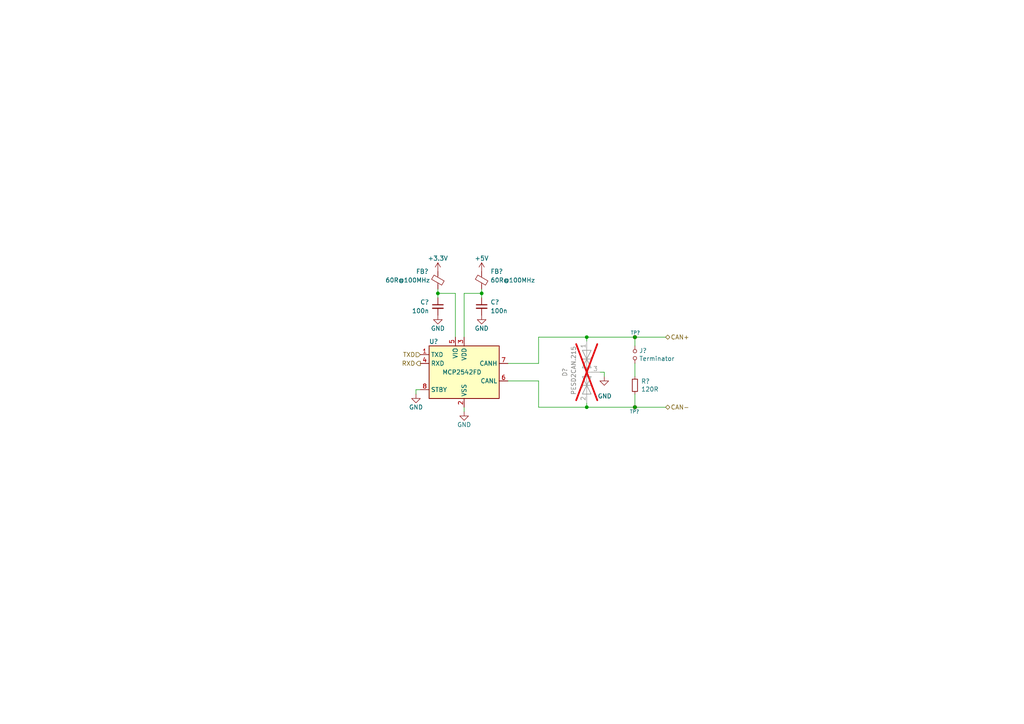
<source format=kicad_sch>
(kicad_sch (version 20230121) (generator eeschema)
  (paper "A4")
  (title_block (date "2023-06-06") (rev "${REVISION}") (company "Author: I. Kajdan") (comment 1 "Reviewer:"))
  (lib_symbols
    (symbol "Connector:TestPoint_Small" (pin_numbers hide) (pin_names (offset 0.762) hide)
      (property "Reference" "TP" (at 0 3.81 0))
      (property "Value" "TestPoint_Small" (at 0 2.032 0))
      (symbol "TestPoint_Small_0_1"
        (circle (center 0 0) (radius 0.508))
      )
      (symbol "TestPoint_Small_1_1"
        (pin passive line (at 0 0 90) (length 0) (name "1") (number "1"))
      )
    )
    (symbol "Device:C_Small" (pin_numbers hide) (pin_names (offset 0.254) hide)
      (property "Reference" "C" (at 0.254 1.778 0))
      (property "Value" "C_Small" (at 0.254 -2.032 0))
      (symbol "C_Small_0_1"
        (polyline (pts (xy -1.524 -0.508) (xy 1.524 -0.508)) (stroke (width 0.3302)))
        (polyline (pts (xy -1.524 0.508) (xy 1.524 0.508)) (stroke (width 0.3048)))
      )
      (symbol "C_Small_1_1"
        (pin passive line (at 0 2.54 270) (length 2.032) (name "~") (number "1"))
        (pin passive line (at 0 -2.54 90) (length 2.032) (name "~") (number "2"))
      )
    )
    (symbol "Device:FerriteBead_Small" (pin_numbers hide) (pin_names (offset 0))
      (property "Reference" "FB" (at 1.905 1.27 0))
      (property "Value" "FerriteBead_Small" (at 1.905 -1.27 0))
      (symbol "FerriteBead_Small_0_1"
        (polyline (pts (xy 0 -1.27) (xy 0 -0.7874)))
        (polyline (pts (xy 0 0.889) (xy 0 1.2954)))
        (polyline (pts (xy -1.8288 0.2794) (xy -1.1176 1.4986) (xy 1.8288 -0.2032) (xy 1.1176 -1.4224) (xy -1.8288 0.2794)))
      )
      (symbol "FerriteBead_Small_1_1"
        (pin passive line (at 0 2.54 270) (length 1.27) (name "~") (number "1"))
        (pin passive line (at 0 -2.54 90) (length 1.27) (name "~") (number "2"))
      )
    )
    (symbol "Device:R_Small" (pin_numbers hide) (pin_names (offset 0.254) hide)
      (property "Reference" "R" (at 0.762 0.508 0))
      (property "Value" "R_Small" (at 0.762 -1.016 0))
      (symbol "R_Small_0_1"
        (rectangle (start -0.762 1.778) (end 0.762 -1.778) (stroke (width 0.2032)))
      )
      (symbol "R_Small_1_1"
        (pin passive line (at 0 2.54 270) (length 0.762) (name "~") (number "1"))
        (pin passive line (at 0 -2.54 90) (length 0.762) (name "~") (number "2"))
      )
    )
    (symbol "Interface_CAN_LIN:MCP2542FDxMF"
      (property "Reference" "U" (at -10.16 8.89 0))
      (property "Value" "MCP2542FDxMF" (at 2.54 8.89 0))
      (symbol "MCP2542FDxMF_0_1"
        (rectangle (start -10.16 7.62) (end 10.16 -7.62) (stroke (width 0.254)) (fill (type background)))
      )
      (symbol "MCP2542FDxMF_1_1"
        (pin input line (at -12.7 5.08 0) (length 2.54) (name "TXD") (number "1"))
        (pin power_in line (at 0 -10.16 90) (length 2.54) (name "VSS") (number "2"))
        (pin power_in line (at 0 10.16 270) (length 2.54) (name "VDD") (number "3"))
        (pin output line (at -12.7 2.54 0) (length 2.54) (name "RXD") (number "4"))
        (pin power_in line (at -2.54 10.16 270) (length 2.54) (name "VIO") (number "5"))
        (pin bidirectional line (at 12.7 -2.54 180) (length 2.54) (name "CANL") (number "6"))
        (pin bidirectional line (at 12.7 2.54 180) (length 2.54) (name "CANH") (number "7"))
        (pin input line (at -12.7 -5.08 0) (length 2.54) (name "STBY") (number "8"))
        (pin passive line (at 0 -10.16 90) (length 2.54) hide (name "VSS") (number "9"))
      )
    )
    (symbol "Local_Library:D_TVS_x2_AAC-Device" (pin_names (offset 1.016) hide)
      (property "Reference" "D" (at 0 4.445 0))
      (property "Value" "D_TVS_x2_AAC-Device" (at 0 2.54 0))
      (symbol "D_TVS_x2_AAC-Device_0_0"
        (polyline (pts (xy 0 -1.27) (xy 0 0)))
      )
      (symbol "D_TVS_x2_AAC-Device_0_1"
        (polyline (pts (xy -6.35 0) (xy 6.35 0)))
        (polyline (pts (xy -3.302 1.27) (xy -3.81 1.27) (xy -3.81 -1.27) (xy -4.318 -1.27)) (stroke (width 0.2032)))
        (polyline (pts (xy 4.318 1.27) (xy 3.81 1.27) (xy 3.81 -1.27) (xy 3.302 -1.27)) (stroke (width 0.2032)))
        (polyline (pts (xy -6.35 -1.27) (xy -1.27 1.27) (xy -1.27 -1.27) (xy -6.35 1.27) (xy -6.35 -1.27)) (stroke (width 0.2032)))
        (polyline (pts (xy 1.27 -1.27) (xy 1.27 1.27) (xy 6.35 -1.27) (xy 6.35 1.27) (xy 1.27 -1.27)) (stroke (width 0.2032)))
        (circle (center 0 0) (radius 0.254) (fill (type outline)))
      )
      (symbol "D_TVS_x2_AAC-Device_1_1"
        (pin passive line (at -8.89 0 0) (length 2.54) (name "A1") (number "1"))
        (pin passive line (at 8.89 0 180) (length 2.54) (name "A2") (number "2"))
        (pin input line (at 0 -3.81 90) (length 2.54) (name "common") (number "3"))
      )
    )
    (symbol "Local_Library:Jumper_NO_Small-Device" (pin_numbers hide) (pin_names (offset 0.762) hide)
      (property "Reference" "JP" (at 0 2.032 0))
      (property "Value" "Jumper_NO_Small-Device" (at 0.254 -1.524 0))
      (symbol "Jumper_NO_Small-Device_0_1"
        (circle (center -1.016 0) (radius 0.508))
        (circle (center 1.016 0) (radius 0.508))
        (pin passive line (at -2.54 0 0) (length 1.016) (name "1") (number "1"))
        (pin passive line (at 2.54 0 180) (length 1.016) (name "2") (number "2"))
      )
    )
    (symbol "power:+3.3V" (power) (pin_names (offset 0))
      (property "Value" "+3.3V" (at 0 3.556 0))
      (symbol "+3.3V_0_1"
        (polyline (pts (xy -0.762 1.27) (xy 0 2.54)))
        (polyline (pts (xy 0 0) (xy 0 2.54)))
        (polyline (pts (xy 0 2.54) (xy 0.762 1.27)))
      )
      (symbol "+3.3V_1_1"
        (pin power_in line (at 0 0 90) (length 0) hide (name "+3.3V") (number "1"))
      )
    )
    (symbol "power:+5V" (power) (pin_names (offset 0))
      (property "Value" "+5V" (at 0 3.556 0))
      (symbol "+5V_0_1"
        (polyline (pts (xy -0.762 1.27) (xy 0 2.54)))
        (polyline (pts (xy 0 0) (xy 0 2.54)))
        (polyline (pts (xy 0 2.54) (xy 0.762 1.27)))
      )
      (symbol "+5V_1_1"
        (pin power_in line (at 0 0 90) (length 0) hide (name "+5V") (number "1"))
      )
    )
    (symbol "power:GND" (power) (pin_names (offset 0))
      (property "Value" "GND" (at 0 -3.81 0))
      (symbol "GND_0_1"
        (polyline (pts (xy 0 0) (xy 0 -1.27) (xy 1.27 -1.27) (xy 0 -2.54) (xy -1.27 -1.27) (xy 0 -1.27)))
      )
      (symbol "GND_1_1"
        (pin power_in line (at 0 0 270) (length 0) hide (name "GND") (number "1"))
      )
    )
  )
  (junction (at 127 85.09))
  (junction (at 170.18 118.11))
  (junction (at 184.15 118.11))
  (junction (at 170.18 97.79))
  (junction (at 139.7 85.09))
  (junction (at 184.15 97.79))
  (wire (pts (xy 156.21 118.11) (xy 170.18 118.11)))
  (wire (pts (xy 184.15 118.11) (xy 193.04 118.11)))
  (wire (pts (xy 134.62 118.11) (xy 134.62 119.38)))
  (wire (pts (xy 127 86.36) (xy 127 85.09)))
  (wire (pts (xy 120.65 114.3) (xy 120.65 113.03)))
  (wire (pts (xy 184.15 97.79) (xy 184.15 100.33)))
  (wire (pts (xy 139.7 86.36) (xy 139.7 85.09)))
  (wire (pts (xy 147.32 110.49) (xy 156.21 110.49)))
  (wire (pts (xy 120.65 113.03) (xy 121.92 113.03)))
  (wire (pts (xy 173.99 107.95) (xy 175.26 107.95)))
  (wire (pts (xy 134.62 85.09) (xy 134.62 97.79)))
  (wire (pts (xy 175.26 109.22) (xy 175.26 107.95)))
  (wire (pts (xy 132.08 85.09) (xy 132.08 97.79)))
  (wire (pts (xy 147.32 105.41) (xy 156.21 105.41)))
  (wire (pts (xy 127 83.82) (xy 127 85.09)))
  (wire (pts (xy 156.21 110.49) (xy 156.21 118.11)))
  (wire (pts (xy 127 85.09) (xy 132.08 85.09)))
  (wire (pts (xy 184.15 105.41) (xy 184.15 109.22)))
  (wire (pts (xy 184.15 114.3) (xy 184.15 118.11)))
  (wire (pts (xy 170.18 97.79) (xy 170.18 99.06)))
  (wire (pts (xy 134.62 85.09) (xy 139.7 85.09)))
  (wire (pts (xy 139.7 83.82) (xy 139.7 85.09)))
  (wire (pts (xy 170.18 116.84) (xy 170.18 118.11)))
  (wire (pts (xy 156.21 97.79) (xy 170.18 97.79)))
  (wire (pts (xy 170.18 118.11) (xy 184.15 118.11)))
  (wire (pts (xy 156.21 105.41) (xy 156.21 97.79)))
  (wire (pts (xy 170.18 97.79) (xy 184.15 97.79)))
  (wire (pts (xy 184.15 97.79) (xy 193.04 97.79)))
  (hierarchical_label "RXD" (shape output) (at 121.92 105.41 180))
  (hierarchical_label "TXD" (shape input) (at 121.92 102.87 180))
  (hierarchical_label "CAN-" (shape bidirectional) (at 193.04 118.11 0))
  (hierarchical_label "CAN+" (shape bidirectional) (at 193.04 97.79 0))
  (symbol (lib_id "power:GND") (at 175.26 109.22 0) (unit 1)
    (property "Reference" "#U?" (effects hide))
    (property "Value" "GND" (at 175.387 114.8842 0))
    (instances (project "rearbox" (path "" (reference "#U?") (unit 1)) (path "" (reference "#U02") (unit 1)) (path "" (reference "#U01") (unit 1))) (project "suspension_tension_meter" (path "" (reference "#U?") (unit 1))))
  )
  (symbol (lib_id "Device:C_Small") (at 127 88.9 0) (mirror y) (unit 1)
    (property "Reference" "C?" (at 124.46 87.63 0) (effects (justify left)))
    (property "Value" "100n" (at 124.46 90.17 0) (effects (justify left)))
    (property "Footprint" "Capacitor_SMD:C_0402_1005Metric_Pad0.74x0.62mm_HandSolder" (effects hide))
    (instances (project "rearbox" (path "" (reference "C?") (unit 1)) (path "" (reference "C27") (unit 1)) (path "" (reference "C25") (unit 1))))
  )
  (symbol (lib_id "power:+3.3V") (at 127 78.74 0) (unit 1)
    (property "Reference" "#PWR?" (effects hide))
    (property "Value" "+3.3V" (at 127 74.93 0))
    (instances (project "rearbox" (path "" (reference "#PWR?") (unit 1)) (path "" (reference "#PWR058") (unit 1)) (path "" (reference "#PWR052") (unit 1))))
  )
  (symbol (lib_id "Connector:TestPoint_Small") (at 184.15 97.79 0) (unit 1)
    (property "Reference" "TP?" (at 182.88 96.52 0) (effects (font (size 1 1)) (justify left)))
    (property "Value" "TestPoint_Small" (effects hide))
    (property "Footprint" "TestPoint:TestPoint_Pad_D1.0mm" (effects hide))
    (instances (project "rearbox" (path "" (reference "TP?") (unit 1)) (path "" (reference "TP3") (unit 1)) (path "" (reference "TP1") (unit 1))))
  )
  (symbol (lib_id "power:GND") (at 134.62 119.38 0) (unit 1)
    (property "Reference" "#PWR?" (effects hide))
    (property "Value" "GND" (at 134.62 123.19 0))
    (instances (project "rearbox" (path "" (reference "#PWR?") (unit 1)) (path "" (reference "#PWR060") (unit 1)) (path "" (reference "#PWR054") (unit 1))))
  )
  (symbol (lib_id "Interface_CAN_LIN:MCP2542FDxMF") (at 134.62 107.95 0) (unit 1)
    (property "Reference" "U?" (at 124.46 99.06 0) (effects (justify left)))
    (property "Value" "MCP2542FD" (at 128.27 107.95 0) (effects (justify left)))
    (property "Footprint" "Package_DFN_QFN:DFN-8-1EP_3x3mm_P0.65mm_EP1.55x2.4mm" (effects hide))
    (property "Datasheet" "http://ww1.microchip.com/downloads/en/DeviceDoc/MCP2542FD-4FD-MCP2542WFD-4WFD-Data-Sheet20005514B.pdf" (effects hide))
    (instances (project "rearbox" (path "" (reference "U?") (unit 1)) (path "" (reference "U7") (unit 1)) (path "" (reference "U6") (unit 1))))
  )
  (symbol (lib_id "power:GND") (at 127 91.44 0) (unit 1)
    (property "Reference" "#PWR?" (effects hide))
    (property "Value" "GND" (at 127 95.25 0))
    (instances (project "rearbox" (path "" (reference "#PWR?") (unit 1)) (path "" (reference "#PWR059") (unit 1)) (path "" (reference "#PWR053") (unit 1))))
  )
  (symbol (lib_id "Device:FerriteBead_Small") (at 139.7 81.28 0) (unit 1)
    (property "Reference" "FB?" (at 142.24 78.74 0) (effects (justify left)))
    (property "Value" "60R@100MHz" (at 142.24 81.28 0) (effects (justify left)))
    (property "Footprint" "Inductor_SMD:L_0603_1608Metric" (effects hide))
    (instances (project "rearbox" (path "" (reference "FB?") (unit 1)) (path "" (reference "FB4") (unit 1)) (path "" (reference "FB2") (unit 1))))
  )
  (symbol (lib_id "Connector:TestPoint_Small") (at 184.15 118.11 180) (unit 1)
    (property "Reference" "TP?" (at 185.42 119.38 0) (effects (font (size 1 1)) (justify left)))
    (property "Value" "TestPoint_Small" (effects hide))
    (property "Footprint" "TestPoint:TestPoint_Pad_D1.0mm" (effects hide))
    (instances (project "rearbox" (path "" (reference "TP?") (unit 1)) (path "" (reference "TP4") (unit 1)) (path "" (reference "TP2") (unit 1))))
  )
  (symbol (lib_id "Device:C_Small") (at 139.7 88.9 0) (unit 1)
    (property "Reference" "C?" (at 142.24 87.63 0) (effects (justify left)))
    (property "Value" "100n" (at 142.24 90.17 0) (effects (justify left)))
    (property "Footprint" "Capacitor_SMD:C_0402_1005Metric_Pad0.74x0.62mm_HandSolder" (effects hide))
    (instances (project "rearbox" (path "" (reference "C?") (unit 1)) (path "" (reference "C28") (unit 1)) (path "" (reference "C26") (unit 1))))
  )
  (symbol (lib_id "Device:R_Small") (at 184.15 111.76 0) (unit 1)
    (property "Reference" "R?" (at 185.928 110.5916 0) (effects (justify left)))
    (property "Value" "120R" (at 185.928 112.903 0) (effects (justify left)))
    (property "Footprint" "Resistor_SMD:R_0402_1005Metric" (effects hide))
    (instances (project "rearbox" (path "" (reference "R?") (unit 1)) (path "" (reference "R32") (unit 1)) (path "" (reference "R31") (unit 1))) (project "suspension_tension_meter" (path "" (reference "R?") (unit 1))))
  )
  (symbol (lib_id "Local_Library:Jumper_NO_Small-Device") (at 184.15 102.87 270) (unit 1)
    (property "Reference" "J?" (at 185.3692 101.7016 90) (effects (justify left)))
    (property "Value" "Terminator" (at 185.3692 104.013 90) (effects (justify left)))
    (property "Footprint" "Connector_PinHeader_2.54mm:PinHeader_1x02_P2.54mm_Vertical" (effects hide))
    (instances (project "rearbox" (path "" (reference "J?") (unit 1)) (path "" (reference "J4") (unit 1)) (path "" (reference "J3") (unit 1))) (project "suspension_tension_meter" (path "" (reference "J?") (unit 1))))
  )
  (symbol (lib_id "Device:FerriteBead_Small") (at 127 81.28 0) (unit 1)
    (property "Reference" "FB?" (at 120.65 78.74 0) (effects (justify left)))
    (property "Value" "60R@100MHz" (at 111.76 81.28 0) (effects (justify left)))
    (property "Footprint" "Inductor_SMD:L_0603_1608Metric" (effects hide))
    (instances (project "rearbox" (path "" (reference "FB?") (unit 1)) (path "" (reference "FB3") (unit 1)) (path "" (reference "FB1") (unit 1))))
  )
  (symbol (lib_id "Local_Library:D_TVS_x2_AAC-Device") (at 170.18 107.95 90) (mirror x) (unit 1) (dnp yes)
    (property "Reference" "D?" (at 163.83 106.68 0) (effects (justify left)))
    (property "Value" "PESD2CAN.215" (at 166.37 100.33 0) (effects (justify left)))
    (property "Footprint" "Package_TO_SOT_SMD:SOT-23" (effects hide))
    (property "Datasheet" "https://pl.mouser.com/datasheet/2/916/PESD2CAN-1320343.pdf" (effects hide))
    (instances (project "rearbox" (path "" (reference "D?") (unit 1)) (path "" (reference "D3") (unit 1)) (path "" (reference "D2") (unit 1))) (project "suspension_tension_meter" (path "" (reference "D?") (unit 1))))
  )
  (symbol (lib_id "power:GND") (at 139.7 91.44 0) (unit 1)
    (property "Reference" "#PWR?" (effects hide))
    (property "Value" "GND" (at 139.7 95.25 0))
    (instances (project "rearbox" (path "" (reference "#PWR?") (unit 1)) (path "" (reference "#PWR062") (unit 1)) (path "" (reference "#PWR056") (unit 1))))
  )
  (symbol (lib_id "power:GND") (at 120.65 114.3 0) (unit 1)
    (property "Reference" "#PWR?" (effects hide))
    (property "Value" "GND" (at 120.65 118.11 0))
    (instances (project "rearbox" (path "" (reference "#PWR?") (unit 1)) (path "" (reference "#PWR057") (unit 1)) (path "" (reference "#PWR051") (unit 1))))
  )
  (symbol (lib_id "power:+5V") (at 139.7 78.74 0) (unit 1)
    (property "Reference" "#PWR?" (effects hide))
    (property "Value" "+5V" (at 139.7 74.93 0))
    (instances (project "rearbox" (path "" (reference "#PWR?") (unit 1)) (path "" (reference "#PWR061") (unit 1)) (path "" (reference "#PWR055") (unit 1))))
  )
)
</source>
